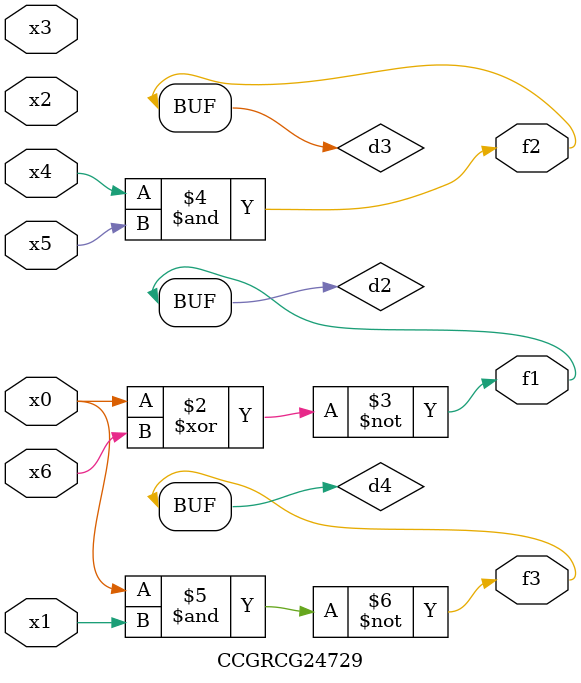
<source format=v>
module CCGRCG24729(
	input x0, x1, x2, x3, x4, x5, x6,
	output f1, f2, f3
);

	wire d1, d2, d3, d4;

	nor (d1, x0);
	xnor (d2, x0, x6);
	and (d3, x4, x5);
	nand (d4, x0, x1);
	assign f1 = d2;
	assign f2 = d3;
	assign f3 = d4;
endmodule

</source>
